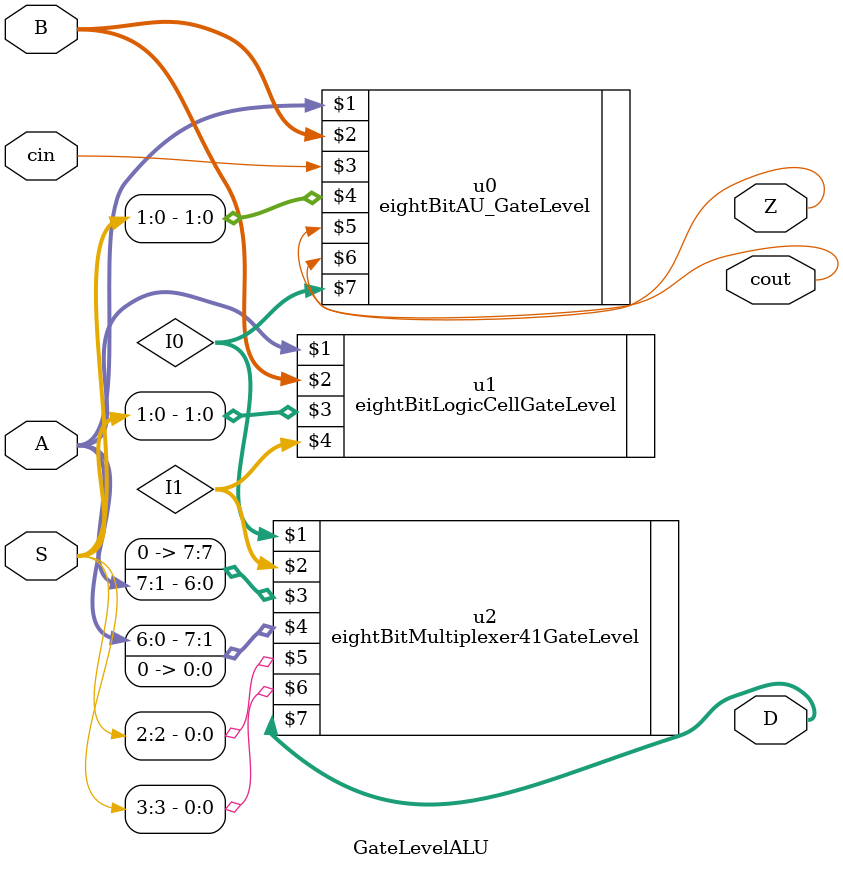
<source format=v>
module GateLevelALU(A, B, cin, S, Z, cout, D);

    input [7:0] A;
    input [7:0] B;
    input [3:0] S;
    input cin;
    output Z, cout;
    output [7:0] D;

    wire [7:0] I0;
    wire [7:0] I1;

    eightBitAU_GateLevel u0(A, B, cin, S[1:0], Z, cout, I0);
    eightBitLogicCellGateLevel u1(A, B, S[1:0], I1);
    eightBitMultiplexer41GateLevel u2(I0, I1, {1'b0,A[7:1]}, {A[6:0],1'b0}, S[2], S[3], D);

endmodule
// Coded by <<Parsaoy>>
</source>
